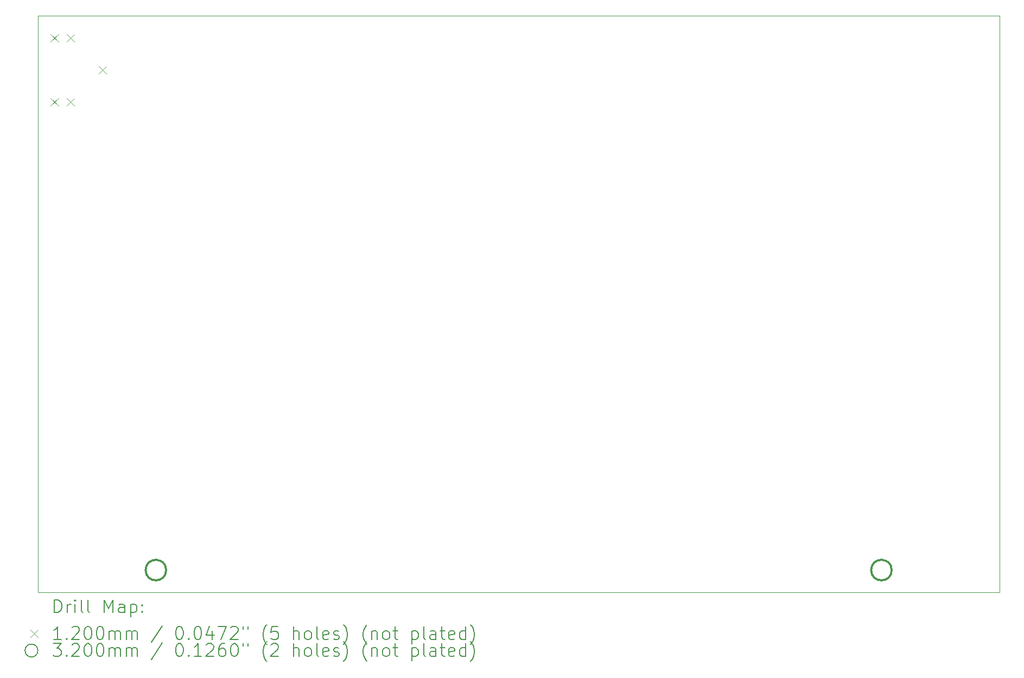
<source format=gbr>
%TF.GenerationSoftware,KiCad,Pcbnew,6.0.10-86aedd382b~118~ubuntu20.04.1*%
%TF.CreationDate,2023-01-16T18:19:46-05:00*%
%TF.ProjectId,TMS9918A_YM2149,544d5339-3931-4384-915f-594d32313439,1*%
%TF.SameCoordinates,Original*%
%TF.FileFunction,Drillmap*%
%TF.FilePolarity,Positive*%
%FSLAX45Y45*%
G04 Gerber Fmt 4.5, Leading zero omitted, Abs format (unit mm)*
G04 Created by KiCad (PCBNEW 6.0.10-86aedd382b~118~ubuntu20.04.1) date 2023-01-16 18:19:46*
%MOMM*%
%LPD*%
G01*
G04 APERTURE LIST*
%ADD10C,0.038100*%
%ADD11C,0.200000*%
%ADD12C,0.120000*%
%ADD13C,0.320000*%
G04 APERTURE END LIST*
D10*
X21350000Y-5842000D02*
X6350000Y-5842000D01*
X21350000Y-14842000D02*
X21350000Y-5842000D01*
X6350000Y-14842000D02*
X21350000Y-14842000D01*
X6350000Y-5842000D02*
X6350000Y-14842000D01*
D11*
D12*
X6548800Y-6128050D02*
X6668800Y-6248050D01*
X6668800Y-6128050D02*
X6548800Y-6248050D01*
X6548800Y-7128050D02*
X6668800Y-7248050D01*
X6668800Y-7128050D02*
X6548800Y-7248050D01*
X6798800Y-6128050D02*
X6918800Y-6248050D01*
X6918800Y-6128050D02*
X6798800Y-6248050D01*
X6798800Y-7128050D02*
X6918800Y-7248050D01*
X6918800Y-7128050D02*
X6798800Y-7248050D01*
X7298800Y-6628050D02*
X7418800Y-6748050D01*
X7418800Y-6628050D02*
X7298800Y-6748050D01*
D13*
X8350000Y-14492000D02*
G75*
G03*
X8350000Y-14492000I-160000J0D01*
G01*
X19670000Y-14492000D02*
G75*
G03*
X19670000Y-14492000I-160000J0D01*
G01*
D11*
X6605714Y-15154381D02*
X6605714Y-14954381D01*
X6653333Y-14954381D01*
X6681904Y-14963905D01*
X6700952Y-14982953D01*
X6710476Y-15002000D01*
X6720000Y-15040095D01*
X6720000Y-15068667D01*
X6710476Y-15106762D01*
X6700952Y-15125810D01*
X6681904Y-15144857D01*
X6653333Y-15154381D01*
X6605714Y-15154381D01*
X6805714Y-15154381D02*
X6805714Y-15021048D01*
X6805714Y-15059143D02*
X6815238Y-15040095D01*
X6824762Y-15030572D01*
X6843809Y-15021048D01*
X6862857Y-15021048D01*
X6929523Y-15154381D02*
X6929523Y-15021048D01*
X6929523Y-14954381D02*
X6920000Y-14963905D01*
X6929523Y-14973429D01*
X6939047Y-14963905D01*
X6929523Y-14954381D01*
X6929523Y-14973429D01*
X7053333Y-15154381D02*
X7034285Y-15144857D01*
X7024762Y-15125810D01*
X7024762Y-14954381D01*
X7158095Y-15154381D02*
X7139047Y-15144857D01*
X7129523Y-15125810D01*
X7129523Y-14954381D01*
X7386666Y-15154381D02*
X7386666Y-14954381D01*
X7453333Y-15097238D01*
X7520000Y-14954381D01*
X7520000Y-15154381D01*
X7700952Y-15154381D02*
X7700952Y-15049619D01*
X7691428Y-15030572D01*
X7672381Y-15021048D01*
X7634285Y-15021048D01*
X7615238Y-15030572D01*
X7700952Y-15144857D02*
X7681904Y-15154381D01*
X7634285Y-15154381D01*
X7615238Y-15144857D01*
X7605714Y-15125810D01*
X7605714Y-15106762D01*
X7615238Y-15087714D01*
X7634285Y-15078191D01*
X7681904Y-15078191D01*
X7700952Y-15068667D01*
X7796190Y-15021048D02*
X7796190Y-15221048D01*
X7796190Y-15030572D02*
X7815238Y-15021048D01*
X7853333Y-15021048D01*
X7872381Y-15030572D01*
X7881904Y-15040095D01*
X7891428Y-15059143D01*
X7891428Y-15116286D01*
X7881904Y-15135333D01*
X7872381Y-15144857D01*
X7853333Y-15154381D01*
X7815238Y-15154381D01*
X7796190Y-15144857D01*
X7977143Y-15135333D02*
X7986666Y-15144857D01*
X7977143Y-15154381D01*
X7967619Y-15144857D01*
X7977143Y-15135333D01*
X7977143Y-15154381D01*
X7977143Y-15030572D02*
X7986666Y-15040095D01*
X7977143Y-15049619D01*
X7967619Y-15040095D01*
X7977143Y-15030572D01*
X7977143Y-15049619D01*
D12*
X6228095Y-15423905D02*
X6348095Y-15543905D01*
X6348095Y-15423905D02*
X6228095Y-15543905D01*
D11*
X6710476Y-15574381D02*
X6596190Y-15574381D01*
X6653333Y-15574381D02*
X6653333Y-15374381D01*
X6634285Y-15402953D01*
X6615238Y-15422000D01*
X6596190Y-15431524D01*
X6796190Y-15555333D02*
X6805714Y-15564857D01*
X6796190Y-15574381D01*
X6786666Y-15564857D01*
X6796190Y-15555333D01*
X6796190Y-15574381D01*
X6881904Y-15393429D02*
X6891428Y-15383905D01*
X6910476Y-15374381D01*
X6958095Y-15374381D01*
X6977143Y-15383905D01*
X6986666Y-15393429D01*
X6996190Y-15412476D01*
X6996190Y-15431524D01*
X6986666Y-15460095D01*
X6872381Y-15574381D01*
X6996190Y-15574381D01*
X7120000Y-15374381D02*
X7139047Y-15374381D01*
X7158095Y-15383905D01*
X7167619Y-15393429D01*
X7177143Y-15412476D01*
X7186666Y-15450572D01*
X7186666Y-15498191D01*
X7177143Y-15536286D01*
X7167619Y-15555333D01*
X7158095Y-15564857D01*
X7139047Y-15574381D01*
X7120000Y-15574381D01*
X7100952Y-15564857D01*
X7091428Y-15555333D01*
X7081904Y-15536286D01*
X7072381Y-15498191D01*
X7072381Y-15450572D01*
X7081904Y-15412476D01*
X7091428Y-15393429D01*
X7100952Y-15383905D01*
X7120000Y-15374381D01*
X7310476Y-15374381D02*
X7329523Y-15374381D01*
X7348571Y-15383905D01*
X7358095Y-15393429D01*
X7367619Y-15412476D01*
X7377143Y-15450572D01*
X7377143Y-15498191D01*
X7367619Y-15536286D01*
X7358095Y-15555333D01*
X7348571Y-15564857D01*
X7329523Y-15574381D01*
X7310476Y-15574381D01*
X7291428Y-15564857D01*
X7281904Y-15555333D01*
X7272381Y-15536286D01*
X7262857Y-15498191D01*
X7262857Y-15450572D01*
X7272381Y-15412476D01*
X7281904Y-15393429D01*
X7291428Y-15383905D01*
X7310476Y-15374381D01*
X7462857Y-15574381D02*
X7462857Y-15441048D01*
X7462857Y-15460095D02*
X7472381Y-15450572D01*
X7491428Y-15441048D01*
X7520000Y-15441048D01*
X7539047Y-15450572D01*
X7548571Y-15469619D01*
X7548571Y-15574381D01*
X7548571Y-15469619D02*
X7558095Y-15450572D01*
X7577143Y-15441048D01*
X7605714Y-15441048D01*
X7624762Y-15450572D01*
X7634285Y-15469619D01*
X7634285Y-15574381D01*
X7729523Y-15574381D02*
X7729523Y-15441048D01*
X7729523Y-15460095D02*
X7739047Y-15450572D01*
X7758095Y-15441048D01*
X7786666Y-15441048D01*
X7805714Y-15450572D01*
X7815238Y-15469619D01*
X7815238Y-15574381D01*
X7815238Y-15469619D02*
X7824762Y-15450572D01*
X7843809Y-15441048D01*
X7872381Y-15441048D01*
X7891428Y-15450572D01*
X7900952Y-15469619D01*
X7900952Y-15574381D01*
X8291428Y-15364857D02*
X8120000Y-15622000D01*
X8548571Y-15374381D02*
X8567619Y-15374381D01*
X8586666Y-15383905D01*
X8596190Y-15393429D01*
X8605714Y-15412476D01*
X8615238Y-15450572D01*
X8615238Y-15498191D01*
X8605714Y-15536286D01*
X8596190Y-15555333D01*
X8586666Y-15564857D01*
X8567619Y-15574381D01*
X8548571Y-15574381D01*
X8529524Y-15564857D01*
X8520000Y-15555333D01*
X8510476Y-15536286D01*
X8500952Y-15498191D01*
X8500952Y-15450572D01*
X8510476Y-15412476D01*
X8520000Y-15393429D01*
X8529524Y-15383905D01*
X8548571Y-15374381D01*
X8700952Y-15555333D02*
X8710476Y-15564857D01*
X8700952Y-15574381D01*
X8691428Y-15564857D01*
X8700952Y-15555333D01*
X8700952Y-15574381D01*
X8834285Y-15374381D02*
X8853333Y-15374381D01*
X8872381Y-15383905D01*
X8881905Y-15393429D01*
X8891428Y-15412476D01*
X8900952Y-15450572D01*
X8900952Y-15498191D01*
X8891428Y-15536286D01*
X8881905Y-15555333D01*
X8872381Y-15564857D01*
X8853333Y-15574381D01*
X8834285Y-15574381D01*
X8815238Y-15564857D01*
X8805714Y-15555333D01*
X8796190Y-15536286D01*
X8786666Y-15498191D01*
X8786666Y-15450572D01*
X8796190Y-15412476D01*
X8805714Y-15393429D01*
X8815238Y-15383905D01*
X8834285Y-15374381D01*
X9072381Y-15441048D02*
X9072381Y-15574381D01*
X9024762Y-15364857D02*
X8977143Y-15507714D01*
X9100952Y-15507714D01*
X9158095Y-15374381D02*
X9291428Y-15374381D01*
X9205714Y-15574381D01*
X9358095Y-15393429D02*
X9367619Y-15383905D01*
X9386666Y-15374381D01*
X9434285Y-15374381D01*
X9453333Y-15383905D01*
X9462857Y-15393429D01*
X9472381Y-15412476D01*
X9472381Y-15431524D01*
X9462857Y-15460095D01*
X9348571Y-15574381D01*
X9472381Y-15574381D01*
X9548571Y-15374381D02*
X9548571Y-15412476D01*
X9624762Y-15374381D02*
X9624762Y-15412476D01*
X9920000Y-15650572D02*
X9910476Y-15641048D01*
X9891428Y-15612476D01*
X9881905Y-15593429D01*
X9872381Y-15564857D01*
X9862857Y-15517238D01*
X9862857Y-15479143D01*
X9872381Y-15431524D01*
X9881905Y-15402953D01*
X9891428Y-15383905D01*
X9910476Y-15355333D01*
X9920000Y-15345810D01*
X10091428Y-15374381D02*
X9996190Y-15374381D01*
X9986666Y-15469619D01*
X9996190Y-15460095D01*
X10015238Y-15450572D01*
X10062857Y-15450572D01*
X10081905Y-15460095D01*
X10091428Y-15469619D01*
X10100952Y-15488667D01*
X10100952Y-15536286D01*
X10091428Y-15555333D01*
X10081905Y-15564857D01*
X10062857Y-15574381D01*
X10015238Y-15574381D01*
X9996190Y-15564857D01*
X9986666Y-15555333D01*
X10339047Y-15574381D02*
X10339047Y-15374381D01*
X10424762Y-15574381D02*
X10424762Y-15469619D01*
X10415238Y-15450572D01*
X10396190Y-15441048D01*
X10367619Y-15441048D01*
X10348571Y-15450572D01*
X10339047Y-15460095D01*
X10548571Y-15574381D02*
X10529524Y-15564857D01*
X10520000Y-15555333D01*
X10510476Y-15536286D01*
X10510476Y-15479143D01*
X10520000Y-15460095D01*
X10529524Y-15450572D01*
X10548571Y-15441048D01*
X10577143Y-15441048D01*
X10596190Y-15450572D01*
X10605714Y-15460095D01*
X10615238Y-15479143D01*
X10615238Y-15536286D01*
X10605714Y-15555333D01*
X10596190Y-15564857D01*
X10577143Y-15574381D01*
X10548571Y-15574381D01*
X10729524Y-15574381D02*
X10710476Y-15564857D01*
X10700952Y-15545810D01*
X10700952Y-15374381D01*
X10881905Y-15564857D02*
X10862857Y-15574381D01*
X10824762Y-15574381D01*
X10805714Y-15564857D01*
X10796190Y-15545810D01*
X10796190Y-15469619D01*
X10805714Y-15450572D01*
X10824762Y-15441048D01*
X10862857Y-15441048D01*
X10881905Y-15450572D01*
X10891428Y-15469619D01*
X10891428Y-15488667D01*
X10796190Y-15507714D01*
X10967619Y-15564857D02*
X10986666Y-15574381D01*
X11024762Y-15574381D01*
X11043809Y-15564857D01*
X11053333Y-15545810D01*
X11053333Y-15536286D01*
X11043809Y-15517238D01*
X11024762Y-15507714D01*
X10996190Y-15507714D01*
X10977143Y-15498191D01*
X10967619Y-15479143D01*
X10967619Y-15469619D01*
X10977143Y-15450572D01*
X10996190Y-15441048D01*
X11024762Y-15441048D01*
X11043809Y-15450572D01*
X11120000Y-15650572D02*
X11129524Y-15641048D01*
X11148571Y-15612476D01*
X11158095Y-15593429D01*
X11167619Y-15564857D01*
X11177143Y-15517238D01*
X11177143Y-15479143D01*
X11167619Y-15431524D01*
X11158095Y-15402953D01*
X11148571Y-15383905D01*
X11129524Y-15355333D01*
X11120000Y-15345810D01*
X11481904Y-15650572D02*
X11472381Y-15641048D01*
X11453333Y-15612476D01*
X11443809Y-15593429D01*
X11434285Y-15564857D01*
X11424762Y-15517238D01*
X11424762Y-15479143D01*
X11434285Y-15431524D01*
X11443809Y-15402953D01*
X11453333Y-15383905D01*
X11472381Y-15355333D01*
X11481904Y-15345810D01*
X11558095Y-15441048D02*
X11558095Y-15574381D01*
X11558095Y-15460095D02*
X11567619Y-15450572D01*
X11586666Y-15441048D01*
X11615238Y-15441048D01*
X11634285Y-15450572D01*
X11643809Y-15469619D01*
X11643809Y-15574381D01*
X11767619Y-15574381D02*
X11748571Y-15564857D01*
X11739047Y-15555333D01*
X11729523Y-15536286D01*
X11729523Y-15479143D01*
X11739047Y-15460095D01*
X11748571Y-15450572D01*
X11767619Y-15441048D01*
X11796190Y-15441048D01*
X11815238Y-15450572D01*
X11824762Y-15460095D01*
X11834285Y-15479143D01*
X11834285Y-15536286D01*
X11824762Y-15555333D01*
X11815238Y-15564857D01*
X11796190Y-15574381D01*
X11767619Y-15574381D01*
X11891428Y-15441048D02*
X11967619Y-15441048D01*
X11920000Y-15374381D02*
X11920000Y-15545810D01*
X11929523Y-15564857D01*
X11948571Y-15574381D01*
X11967619Y-15574381D01*
X12186666Y-15441048D02*
X12186666Y-15641048D01*
X12186666Y-15450572D02*
X12205714Y-15441048D01*
X12243809Y-15441048D01*
X12262857Y-15450572D01*
X12272381Y-15460095D01*
X12281904Y-15479143D01*
X12281904Y-15536286D01*
X12272381Y-15555333D01*
X12262857Y-15564857D01*
X12243809Y-15574381D01*
X12205714Y-15574381D01*
X12186666Y-15564857D01*
X12396190Y-15574381D02*
X12377143Y-15564857D01*
X12367619Y-15545810D01*
X12367619Y-15374381D01*
X12558095Y-15574381D02*
X12558095Y-15469619D01*
X12548571Y-15450572D01*
X12529523Y-15441048D01*
X12491428Y-15441048D01*
X12472381Y-15450572D01*
X12558095Y-15564857D02*
X12539047Y-15574381D01*
X12491428Y-15574381D01*
X12472381Y-15564857D01*
X12462857Y-15545810D01*
X12462857Y-15526762D01*
X12472381Y-15507714D01*
X12491428Y-15498191D01*
X12539047Y-15498191D01*
X12558095Y-15488667D01*
X12624762Y-15441048D02*
X12700952Y-15441048D01*
X12653333Y-15374381D02*
X12653333Y-15545810D01*
X12662857Y-15564857D01*
X12681904Y-15574381D01*
X12700952Y-15574381D01*
X12843809Y-15564857D02*
X12824762Y-15574381D01*
X12786666Y-15574381D01*
X12767619Y-15564857D01*
X12758095Y-15545810D01*
X12758095Y-15469619D01*
X12767619Y-15450572D01*
X12786666Y-15441048D01*
X12824762Y-15441048D01*
X12843809Y-15450572D01*
X12853333Y-15469619D01*
X12853333Y-15488667D01*
X12758095Y-15507714D01*
X13024762Y-15574381D02*
X13024762Y-15374381D01*
X13024762Y-15564857D02*
X13005714Y-15574381D01*
X12967619Y-15574381D01*
X12948571Y-15564857D01*
X12939047Y-15555333D01*
X12929523Y-15536286D01*
X12929523Y-15479143D01*
X12939047Y-15460095D01*
X12948571Y-15450572D01*
X12967619Y-15441048D01*
X13005714Y-15441048D01*
X13024762Y-15450572D01*
X13100952Y-15650572D02*
X13110476Y-15641048D01*
X13129523Y-15612476D01*
X13139047Y-15593429D01*
X13148571Y-15564857D01*
X13158095Y-15517238D01*
X13158095Y-15479143D01*
X13148571Y-15431524D01*
X13139047Y-15402953D01*
X13129523Y-15383905D01*
X13110476Y-15355333D01*
X13100952Y-15345810D01*
X6348095Y-15747905D02*
G75*
G03*
X6348095Y-15747905I-100000J0D01*
G01*
X6586666Y-15638381D02*
X6710476Y-15638381D01*
X6643809Y-15714572D01*
X6672381Y-15714572D01*
X6691428Y-15724095D01*
X6700952Y-15733619D01*
X6710476Y-15752667D01*
X6710476Y-15800286D01*
X6700952Y-15819333D01*
X6691428Y-15828857D01*
X6672381Y-15838381D01*
X6615238Y-15838381D01*
X6596190Y-15828857D01*
X6586666Y-15819333D01*
X6796190Y-15819333D02*
X6805714Y-15828857D01*
X6796190Y-15838381D01*
X6786666Y-15828857D01*
X6796190Y-15819333D01*
X6796190Y-15838381D01*
X6881904Y-15657429D02*
X6891428Y-15647905D01*
X6910476Y-15638381D01*
X6958095Y-15638381D01*
X6977143Y-15647905D01*
X6986666Y-15657429D01*
X6996190Y-15676476D01*
X6996190Y-15695524D01*
X6986666Y-15724095D01*
X6872381Y-15838381D01*
X6996190Y-15838381D01*
X7120000Y-15638381D02*
X7139047Y-15638381D01*
X7158095Y-15647905D01*
X7167619Y-15657429D01*
X7177143Y-15676476D01*
X7186666Y-15714572D01*
X7186666Y-15762191D01*
X7177143Y-15800286D01*
X7167619Y-15819333D01*
X7158095Y-15828857D01*
X7139047Y-15838381D01*
X7120000Y-15838381D01*
X7100952Y-15828857D01*
X7091428Y-15819333D01*
X7081904Y-15800286D01*
X7072381Y-15762191D01*
X7072381Y-15714572D01*
X7081904Y-15676476D01*
X7091428Y-15657429D01*
X7100952Y-15647905D01*
X7120000Y-15638381D01*
X7310476Y-15638381D02*
X7329523Y-15638381D01*
X7348571Y-15647905D01*
X7358095Y-15657429D01*
X7367619Y-15676476D01*
X7377143Y-15714572D01*
X7377143Y-15762191D01*
X7367619Y-15800286D01*
X7358095Y-15819333D01*
X7348571Y-15828857D01*
X7329523Y-15838381D01*
X7310476Y-15838381D01*
X7291428Y-15828857D01*
X7281904Y-15819333D01*
X7272381Y-15800286D01*
X7262857Y-15762191D01*
X7262857Y-15714572D01*
X7272381Y-15676476D01*
X7281904Y-15657429D01*
X7291428Y-15647905D01*
X7310476Y-15638381D01*
X7462857Y-15838381D02*
X7462857Y-15705048D01*
X7462857Y-15724095D02*
X7472381Y-15714572D01*
X7491428Y-15705048D01*
X7520000Y-15705048D01*
X7539047Y-15714572D01*
X7548571Y-15733619D01*
X7548571Y-15838381D01*
X7548571Y-15733619D02*
X7558095Y-15714572D01*
X7577143Y-15705048D01*
X7605714Y-15705048D01*
X7624762Y-15714572D01*
X7634285Y-15733619D01*
X7634285Y-15838381D01*
X7729523Y-15838381D02*
X7729523Y-15705048D01*
X7729523Y-15724095D02*
X7739047Y-15714572D01*
X7758095Y-15705048D01*
X7786666Y-15705048D01*
X7805714Y-15714572D01*
X7815238Y-15733619D01*
X7815238Y-15838381D01*
X7815238Y-15733619D02*
X7824762Y-15714572D01*
X7843809Y-15705048D01*
X7872381Y-15705048D01*
X7891428Y-15714572D01*
X7900952Y-15733619D01*
X7900952Y-15838381D01*
X8291428Y-15628857D02*
X8120000Y-15886000D01*
X8548571Y-15638381D02*
X8567619Y-15638381D01*
X8586666Y-15647905D01*
X8596190Y-15657429D01*
X8605714Y-15676476D01*
X8615238Y-15714572D01*
X8615238Y-15762191D01*
X8605714Y-15800286D01*
X8596190Y-15819333D01*
X8586666Y-15828857D01*
X8567619Y-15838381D01*
X8548571Y-15838381D01*
X8529524Y-15828857D01*
X8520000Y-15819333D01*
X8510476Y-15800286D01*
X8500952Y-15762191D01*
X8500952Y-15714572D01*
X8510476Y-15676476D01*
X8520000Y-15657429D01*
X8529524Y-15647905D01*
X8548571Y-15638381D01*
X8700952Y-15819333D02*
X8710476Y-15828857D01*
X8700952Y-15838381D01*
X8691428Y-15828857D01*
X8700952Y-15819333D01*
X8700952Y-15838381D01*
X8900952Y-15838381D02*
X8786666Y-15838381D01*
X8843809Y-15838381D02*
X8843809Y-15638381D01*
X8824762Y-15666953D01*
X8805714Y-15686000D01*
X8786666Y-15695524D01*
X8977143Y-15657429D02*
X8986666Y-15647905D01*
X9005714Y-15638381D01*
X9053333Y-15638381D01*
X9072381Y-15647905D01*
X9081905Y-15657429D01*
X9091428Y-15676476D01*
X9091428Y-15695524D01*
X9081905Y-15724095D01*
X8967619Y-15838381D01*
X9091428Y-15838381D01*
X9262857Y-15638381D02*
X9224762Y-15638381D01*
X9205714Y-15647905D01*
X9196190Y-15657429D01*
X9177143Y-15686000D01*
X9167619Y-15724095D01*
X9167619Y-15800286D01*
X9177143Y-15819333D01*
X9186666Y-15828857D01*
X9205714Y-15838381D01*
X9243809Y-15838381D01*
X9262857Y-15828857D01*
X9272381Y-15819333D01*
X9281905Y-15800286D01*
X9281905Y-15752667D01*
X9272381Y-15733619D01*
X9262857Y-15724095D01*
X9243809Y-15714572D01*
X9205714Y-15714572D01*
X9186666Y-15724095D01*
X9177143Y-15733619D01*
X9167619Y-15752667D01*
X9405714Y-15638381D02*
X9424762Y-15638381D01*
X9443809Y-15647905D01*
X9453333Y-15657429D01*
X9462857Y-15676476D01*
X9472381Y-15714572D01*
X9472381Y-15762191D01*
X9462857Y-15800286D01*
X9453333Y-15819333D01*
X9443809Y-15828857D01*
X9424762Y-15838381D01*
X9405714Y-15838381D01*
X9386666Y-15828857D01*
X9377143Y-15819333D01*
X9367619Y-15800286D01*
X9358095Y-15762191D01*
X9358095Y-15714572D01*
X9367619Y-15676476D01*
X9377143Y-15657429D01*
X9386666Y-15647905D01*
X9405714Y-15638381D01*
X9548571Y-15638381D02*
X9548571Y-15676476D01*
X9624762Y-15638381D02*
X9624762Y-15676476D01*
X9920000Y-15914572D02*
X9910476Y-15905048D01*
X9891428Y-15876476D01*
X9881905Y-15857429D01*
X9872381Y-15828857D01*
X9862857Y-15781238D01*
X9862857Y-15743143D01*
X9872381Y-15695524D01*
X9881905Y-15666953D01*
X9891428Y-15647905D01*
X9910476Y-15619333D01*
X9920000Y-15609810D01*
X9986666Y-15657429D02*
X9996190Y-15647905D01*
X10015238Y-15638381D01*
X10062857Y-15638381D01*
X10081905Y-15647905D01*
X10091428Y-15657429D01*
X10100952Y-15676476D01*
X10100952Y-15695524D01*
X10091428Y-15724095D01*
X9977143Y-15838381D01*
X10100952Y-15838381D01*
X10339047Y-15838381D02*
X10339047Y-15638381D01*
X10424762Y-15838381D02*
X10424762Y-15733619D01*
X10415238Y-15714572D01*
X10396190Y-15705048D01*
X10367619Y-15705048D01*
X10348571Y-15714572D01*
X10339047Y-15724095D01*
X10548571Y-15838381D02*
X10529524Y-15828857D01*
X10520000Y-15819333D01*
X10510476Y-15800286D01*
X10510476Y-15743143D01*
X10520000Y-15724095D01*
X10529524Y-15714572D01*
X10548571Y-15705048D01*
X10577143Y-15705048D01*
X10596190Y-15714572D01*
X10605714Y-15724095D01*
X10615238Y-15743143D01*
X10615238Y-15800286D01*
X10605714Y-15819333D01*
X10596190Y-15828857D01*
X10577143Y-15838381D01*
X10548571Y-15838381D01*
X10729524Y-15838381D02*
X10710476Y-15828857D01*
X10700952Y-15809810D01*
X10700952Y-15638381D01*
X10881905Y-15828857D02*
X10862857Y-15838381D01*
X10824762Y-15838381D01*
X10805714Y-15828857D01*
X10796190Y-15809810D01*
X10796190Y-15733619D01*
X10805714Y-15714572D01*
X10824762Y-15705048D01*
X10862857Y-15705048D01*
X10881905Y-15714572D01*
X10891428Y-15733619D01*
X10891428Y-15752667D01*
X10796190Y-15771714D01*
X10967619Y-15828857D02*
X10986666Y-15838381D01*
X11024762Y-15838381D01*
X11043809Y-15828857D01*
X11053333Y-15809810D01*
X11053333Y-15800286D01*
X11043809Y-15781238D01*
X11024762Y-15771714D01*
X10996190Y-15771714D01*
X10977143Y-15762191D01*
X10967619Y-15743143D01*
X10967619Y-15733619D01*
X10977143Y-15714572D01*
X10996190Y-15705048D01*
X11024762Y-15705048D01*
X11043809Y-15714572D01*
X11120000Y-15914572D02*
X11129524Y-15905048D01*
X11148571Y-15876476D01*
X11158095Y-15857429D01*
X11167619Y-15828857D01*
X11177143Y-15781238D01*
X11177143Y-15743143D01*
X11167619Y-15695524D01*
X11158095Y-15666953D01*
X11148571Y-15647905D01*
X11129524Y-15619333D01*
X11120000Y-15609810D01*
X11481904Y-15914572D02*
X11472381Y-15905048D01*
X11453333Y-15876476D01*
X11443809Y-15857429D01*
X11434285Y-15828857D01*
X11424762Y-15781238D01*
X11424762Y-15743143D01*
X11434285Y-15695524D01*
X11443809Y-15666953D01*
X11453333Y-15647905D01*
X11472381Y-15619333D01*
X11481904Y-15609810D01*
X11558095Y-15705048D02*
X11558095Y-15838381D01*
X11558095Y-15724095D02*
X11567619Y-15714572D01*
X11586666Y-15705048D01*
X11615238Y-15705048D01*
X11634285Y-15714572D01*
X11643809Y-15733619D01*
X11643809Y-15838381D01*
X11767619Y-15838381D02*
X11748571Y-15828857D01*
X11739047Y-15819333D01*
X11729523Y-15800286D01*
X11729523Y-15743143D01*
X11739047Y-15724095D01*
X11748571Y-15714572D01*
X11767619Y-15705048D01*
X11796190Y-15705048D01*
X11815238Y-15714572D01*
X11824762Y-15724095D01*
X11834285Y-15743143D01*
X11834285Y-15800286D01*
X11824762Y-15819333D01*
X11815238Y-15828857D01*
X11796190Y-15838381D01*
X11767619Y-15838381D01*
X11891428Y-15705048D02*
X11967619Y-15705048D01*
X11920000Y-15638381D02*
X11920000Y-15809810D01*
X11929523Y-15828857D01*
X11948571Y-15838381D01*
X11967619Y-15838381D01*
X12186666Y-15705048D02*
X12186666Y-15905048D01*
X12186666Y-15714572D02*
X12205714Y-15705048D01*
X12243809Y-15705048D01*
X12262857Y-15714572D01*
X12272381Y-15724095D01*
X12281904Y-15743143D01*
X12281904Y-15800286D01*
X12272381Y-15819333D01*
X12262857Y-15828857D01*
X12243809Y-15838381D01*
X12205714Y-15838381D01*
X12186666Y-15828857D01*
X12396190Y-15838381D02*
X12377143Y-15828857D01*
X12367619Y-15809810D01*
X12367619Y-15638381D01*
X12558095Y-15838381D02*
X12558095Y-15733619D01*
X12548571Y-15714572D01*
X12529523Y-15705048D01*
X12491428Y-15705048D01*
X12472381Y-15714572D01*
X12558095Y-15828857D02*
X12539047Y-15838381D01*
X12491428Y-15838381D01*
X12472381Y-15828857D01*
X12462857Y-15809810D01*
X12462857Y-15790762D01*
X12472381Y-15771714D01*
X12491428Y-15762191D01*
X12539047Y-15762191D01*
X12558095Y-15752667D01*
X12624762Y-15705048D02*
X12700952Y-15705048D01*
X12653333Y-15638381D02*
X12653333Y-15809810D01*
X12662857Y-15828857D01*
X12681904Y-15838381D01*
X12700952Y-15838381D01*
X12843809Y-15828857D02*
X12824762Y-15838381D01*
X12786666Y-15838381D01*
X12767619Y-15828857D01*
X12758095Y-15809810D01*
X12758095Y-15733619D01*
X12767619Y-15714572D01*
X12786666Y-15705048D01*
X12824762Y-15705048D01*
X12843809Y-15714572D01*
X12853333Y-15733619D01*
X12853333Y-15752667D01*
X12758095Y-15771714D01*
X13024762Y-15838381D02*
X13024762Y-15638381D01*
X13024762Y-15828857D02*
X13005714Y-15838381D01*
X12967619Y-15838381D01*
X12948571Y-15828857D01*
X12939047Y-15819333D01*
X12929523Y-15800286D01*
X12929523Y-15743143D01*
X12939047Y-15724095D01*
X12948571Y-15714572D01*
X12967619Y-15705048D01*
X13005714Y-15705048D01*
X13024762Y-15714572D01*
X13100952Y-15914572D02*
X13110476Y-15905048D01*
X13129523Y-15876476D01*
X13139047Y-15857429D01*
X13148571Y-15828857D01*
X13158095Y-15781238D01*
X13158095Y-15743143D01*
X13148571Y-15695524D01*
X13139047Y-15666953D01*
X13129523Y-15647905D01*
X13110476Y-15619333D01*
X13100952Y-15609810D01*
M02*

</source>
